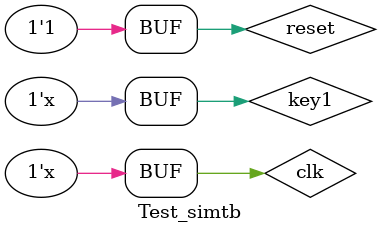
<source format=v>
`timescale 1 ps / 1 ps
module Test_simtb(
					 );
					 
reg clk;
reg reset;
reg key1;
wire [7:0]data_final;

wave_produce_display inst_wave_produce_display(
						.sys_clk        (clk    ),
						.rst      (reset        ),
						.key1       (key1       ),
						.da_data  (data_final    )
						);

initial begin
	clk=0;
	reset=0;
	key1=0;
	#100;
	reset=1;
	
end

always #10000 clk=~clk;   //50M;
always begin #5000000;
			#5000000;
			#5000000;
			#5000000;
			#5000000;
			#5000000;
			#5000000;
			#5000000
			key1=~key1;
			end

endmodule

</source>
